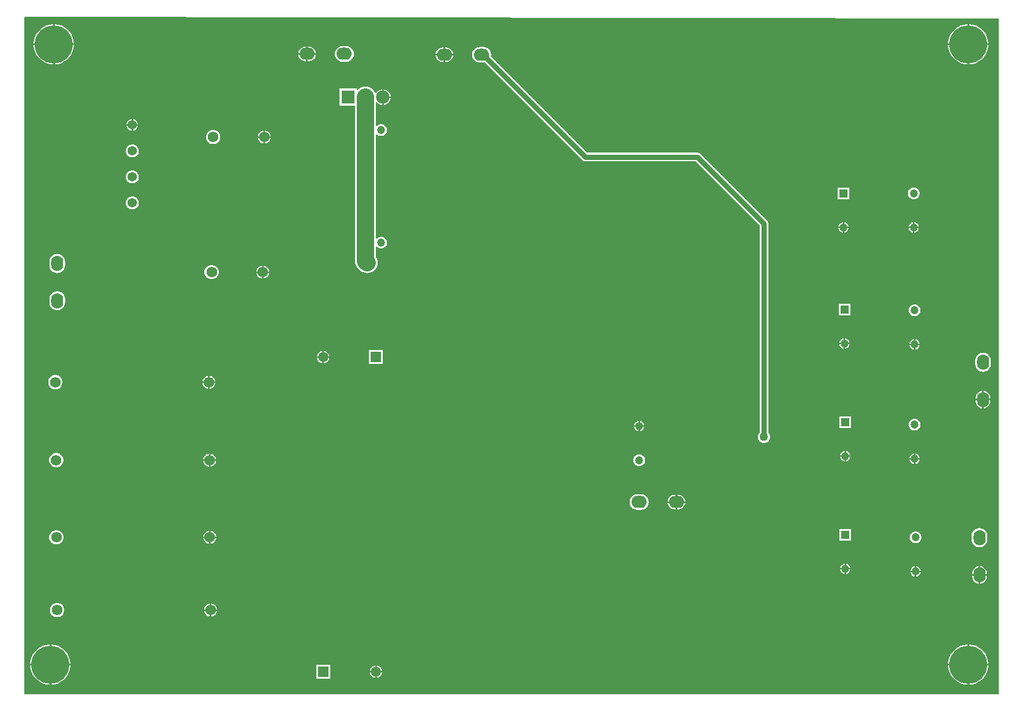
<source format=gbl>
G04*
G04 #@! TF.GenerationSoftware,Altium Limited,Altium Designer,23.3.1 (30)*
G04*
G04 Layer_Physical_Order=2*
G04 Layer_Color=16711680*
%FSLAX44Y44*%
%MOMM*%
G71*
G04*
G04 #@! TF.SameCoordinates,7FF98350-13BF-4DC0-BCDE-F856E8DDA7C8*
G04*
G04*
G04 #@! TF.FilePolarity,Positive*
G04*
G01*
G75*
%ADD42C,1.5748*%
%ADD47C,1.3716*%
%ADD54C,2.5400*%
%ADD55C,0.7620*%
%ADD61C,1.5750*%
%ADD62C,5.5880*%
%ADD63O,1.7780X2.2860*%
%ADD64C,1.2000*%
%ADD65O,2.2860X1.7780*%
%ADD66C,1.9800*%
%ADD67R,1.9800X1.9800*%
%ADD68C,1.5000*%
%ADD69R,1.5000X1.5000*%
%ADD70R,1.2000X1.2000*%
%ADD71C,1.2700*%
G36*
X1441450Y1003300D02*
Y12700D01*
X12700D01*
Y1004941D01*
X13599Y1005838D01*
X1441450Y1003300D01*
D02*
G37*
%LPC*%
G36*
X1399319Y994664D02*
X1398270D01*
Y966470D01*
X1426464D01*
Y967519D01*
X1425739Y972100D01*
X1424305Y976510D01*
X1422200Y980642D01*
X1419474Y984395D01*
X1416194Y987674D01*
X1412442Y990400D01*
X1408310Y992505D01*
X1403900Y993939D01*
X1399319Y994664D01*
D02*
G37*
G36*
X1395730D02*
X1394681D01*
X1390101Y993939D01*
X1385690Y992505D01*
X1381557Y990400D01*
X1377805Y987674D01*
X1374526Y984395D01*
X1371800Y980642D01*
X1369695Y976510D01*
X1368262Y972100D01*
X1367536Y967519D01*
Y966470D01*
X1395730D01*
Y994664D01*
D02*
G37*
G36*
X58199D02*
X57150D01*
Y966470D01*
X85344D01*
Y967519D01*
X84619Y972100D01*
X83185Y976510D01*
X81080Y980642D01*
X78354Y984395D01*
X75075Y987674D01*
X71322Y990400D01*
X67190Y992505D01*
X62779Y993939D01*
X58199Y994664D01*
D02*
G37*
G36*
X54610D02*
X53561D01*
X48980Y993939D01*
X44570Y992505D01*
X40437Y990400D01*
X36686Y987674D01*
X33406Y984395D01*
X30680Y980642D01*
X28575Y976510D01*
X27141Y972100D01*
X26416Y967519D01*
Y966470D01*
X54610D01*
Y994664D01*
D02*
G37*
G36*
X429868Y961515D02*
X428598D01*
Y952281D01*
X440205D01*
X440014Y953730D01*
X438965Y956263D01*
X437296Y958439D01*
X435120Y960108D01*
X432587Y961157D01*
X429868Y961515D01*
D02*
G37*
G36*
X426058D02*
X424788D01*
X422070Y961157D01*
X419536Y960108D01*
X417361Y958439D01*
X415692Y956263D01*
X414642Y953730D01*
X414452Y952281D01*
X426058D01*
Y961515D01*
D02*
G37*
G36*
X631190Y960464D02*
X629920D01*
Y951230D01*
X641527D01*
X641336Y952679D01*
X640287Y955212D01*
X638617Y957387D01*
X636442Y959057D01*
X633909Y960106D01*
X631190Y960464D01*
D02*
G37*
G36*
X627380D02*
X626110D01*
X623391Y960106D01*
X620858Y959057D01*
X618683Y957387D01*
X617013Y955212D01*
X615964Y952679D01*
X615773Y951230D01*
X627380D01*
Y960464D01*
D02*
G37*
G36*
X440205Y949742D02*
X428598D01*
Y940508D01*
X429868D01*
X432587Y940865D01*
X435120Y941915D01*
X437296Y943584D01*
X438965Y945760D01*
X440014Y948293D01*
X440205Y949742D01*
D02*
G37*
G36*
X426058D02*
X414452D01*
X414642Y948293D01*
X415692Y945760D01*
X417361Y943584D01*
X419536Y941915D01*
X422070Y940865D01*
X424788Y940508D01*
X426058D01*
Y949742D01*
D02*
G37*
G36*
X484478Y962540D02*
X479398D01*
X476414Y962147D01*
X473634Y960995D01*
X471246Y959163D01*
X469414Y956776D01*
X468262Y953995D01*
X467870Y951012D01*
X468262Y948028D01*
X469414Y945247D01*
X471246Y942859D01*
X473634Y941027D01*
X476414Y939876D01*
X479398Y939483D01*
X484478D01*
X487462Y939876D01*
X490243Y941027D01*
X492630Y942859D01*
X494462Y945247D01*
X495614Y948028D01*
X496007Y951012D01*
X495614Y953995D01*
X494462Y956776D01*
X492630Y959163D01*
X490243Y960995D01*
X487462Y962147D01*
X484478Y962540D01*
D02*
G37*
G36*
X641527Y948690D02*
X629920D01*
Y939456D01*
X631190D01*
X633909Y939814D01*
X636442Y940863D01*
X638617Y942533D01*
X640287Y944708D01*
X641336Y947241D01*
X641527Y948690D01*
D02*
G37*
G36*
X627380D02*
X615773D01*
X615964Y947241D01*
X617013Y944708D01*
X618683Y942533D01*
X620858Y940863D01*
X623391Y939814D01*
X626110Y939456D01*
X627380D01*
Y948690D01*
D02*
G37*
G36*
X1426464Y963930D02*
X1398270D01*
Y935736D01*
X1399319D01*
X1403900Y936461D01*
X1408310Y937895D01*
X1412442Y940000D01*
X1416194Y942726D01*
X1419474Y946005D01*
X1422200Y949758D01*
X1424305Y953890D01*
X1425739Y958300D01*
X1426464Y962881D01*
Y963930D01*
D02*
G37*
G36*
X1395730D02*
X1367536D01*
Y962881D01*
X1368262Y958300D01*
X1369695Y953890D01*
X1371800Y949758D01*
X1374526Y946005D01*
X1377805Y942726D01*
X1381557Y940000D01*
X1385690Y937895D01*
X1390101Y936461D01*
X1394681Y935736D01*
X1395730D01*
Y963930D01*
D02*
G37*
G36*
X85344D02*
X57150D01*
Y935736D01*
X58199D01*
X62779Y936461D01*
X67190Y937895D01*
X71322Y940000D01*
X75075Y942726D01*
X78354Y946005D01*
X81080Y949758D01*
X83185Y953890D01*
X84619Y958300D01*
X85344Y962881D01*
Y963930D01*
D02*
G37*
G36*
X54610D02*
X26416D01*
Y962881D01*
X27141Y958300D01*
X28575Y953890D01*
X30680Y949758D01*
X33406Y946005D01*
X36686Y942726D01*
X40437Y940000D01*
X44570Y937895D01*
X48980Y936461D01*
X53561Y935736D01*
X54610D01*
Y963930D01*
D02*
G37*
G36*
X512980Y903044D02*
X509992Y902749D01*
X507120Y901878D01*
X504472Y900463D01*
X502151Y898559D01*
X501190Y897387D01*
X499920Y897841D01*
Y900170D01*
X475040D01*
Y875290D01*
X497666D01*
Y647800D01*
X497961Y644812D01*
X498832Y641940D01*
X500247Y639292D01*
X502151Y636972D01*
X504791Y634332D01*
X507112Y632427D01*
X509760Y631012D01*
X512632Y630140D01*
X515620Y629846D01*
X518608Y630140D01*
X521480Y631012D01*
X524128Y632427D01*
X526449Y634332D01*
X528353Y636652D01*
X529768Y639300D01*
X530639Y642172D01*
X530934Y645160D01*
X530639Y648148D01*
X529768Y651020D01*
X528353Y653668D01*
X528294Y653740D01*
Y668243D01*
X529564Y668769D01*
X530696Y667636D01*
X532644Y666512D01*
X534816Y665930D01*
X537064D01*
X539236Y666512D01*
X541184Y667636D01*
X542774Y669226D01*
X543898Y671174D01*
X544480Y673346D01*
Y675594D01*
X543898Y677766D01*
X542774Y679714D01*
X541184Y681304D01*
X539236Y682428D01*
X537064Y683010D01*
X534816D01*
X532644Y682428D01*
X530696Y681304D01*
X529564Y680171D01*
X528294Y680697D01*
Y833243D01*
X529564Y833769D01*
X530696Y832636D01*
X532644Y831512D01*
X534816Y830930D01*
X537064D01*
X539236Y831512D01*
X541184Y832636D01*
X542774Y834226D01*
X543898Y836174D01*
X544480Y838346D01*
Y840594D01*
X543898Y842766D01*
X542774Y844714D01*
X541184Y846304D01*
X539236Y847428D01*
X537064Y848010D01*
X534816D01*
X532644Y847428D01*
X530696Y846304D01*
X529564Y845171D01*
X528294Y845697D01*
Y880172D01*
X529564Y880490D01*
X531465Y878588D01*
X534071Y877085D01*
X536976Y876306D01*
X537210D01*
Y887730D01*
Y899154D01*
X536976D01*
X534071Y898375D01*
X531465Y896871D01*
X529338Y894744D01*
X528530Y893344D01*
X527155Y893502D01*
X527128Y893590D01*
X525713Y896238D01*
X523809Y898559D01*
X521488Y900463D01*
X518840Y901878D01*
X515968Y902749D01*
X512980Y903044D01*
D02*
G37*
G36*
X539984Y899154D02*
X539750D01*
Y889000D01*
X549904D01*
Y889234D01*
X549126Y892140D01*
X547621Y894744D01*
X545494Y896871D01*
X542890Y898375D01*
X539984Y899154D01*
D02*
G37*
G36*
X549904Y886460D02*
X539750D01*
Y876306D01*
X539984D01*
X542890Y877085D01*
X545494Y878588D01*
X547621Y880715D01*
X549126Y883320D01*
X549904Y886226D01*
Y886460D01*
D02*
G37*
G36*
X172271Y855288D02*
Y848221D01*
X179339D01*
X178812Y850186D01*
X177709Y852097D01*
X176148Y853658D01*
X174237Y854761D01*
X172271Y855288D01*
D02*
G37*
G36*
X169731D02*
X167766Y854761D01*
X165855Y853658D01*
X164294Y852097D01*
X163191Y850186D01*
X162664Y848221D01*
X169731D01*
Y855288D01*
D02*
G37*
G36*
X179339Y845681D02*
X172271D01*
Y838613D01*
X174237Y839140D01*
X176148Y840243D01*
X177709Y841804D01*
X178812Y843715D01*
X179339Y845681D01*
D02*
G37*
G36*
X169731D02*
X162664D01*
X163191Y843715D01*
X164294Y841804D01*
X165855Y840243D01*
X167766Y839140D01*
X169731Y838613D01*
Y845681D01*
D02*
G37*
G36*
X365830Y838699D02*
Y830580D01*
X373949D01*
X373317Y832937D01*
X372080Y835080D01*
X370331Y836830D01*
X368187Y838067D01*
X365830Y838699D01*
D02*
G37*
G36*
X363290D02*
X360933Y838067D01*
X358789Y836830D01*
X357040Y835080D01*
X355802Y832937D01*
X355171Y830580D01*
X363290D01*
Y838699D01*
D02*
G37*
G36*
X373949Y828040D02*
X365830D01*
Y819921D01*
X368187Y820553D01*
X370331Y821790D01*
X372080Y823540D01*
X373317Y825683D01*
X373949Y828040D01*
D02*
G37*
G36*
X363290D02*
X355171D01*
X355802Y825683D01*
X357040Y823540D01*
X358789Y821790D01*
X360933Y820553D01*
X363290Y819921D01*
Y828040D01*
D02*
G37*
G36*
X290931Y839724D02*
X288189D01*
X285540Y839014D01*
X283166Y837643D01*
X281227Y835704D01*
X279856Y833330D01*
X279146Y830681D01*
Y827939D01*
X279856Y825290D01*
X281227Y822916D01*
X283166Y820977D01*
X285540Y819606D01*
X288189Y818896D01*
X290931D01*
X293580Y819606D01*
X295954Y820977D01*
X297893Y822916D01*
X299264Y825290D01*
X299974Y827939D01*
Y830681D01*
X299264Y833330D01*
X297893Y835704D01*
X295954Y837643D01*
X293580Y839014D01*
X290931Y839724D01*
D02*
G37*
G36*
X172239Y818249D02*
X169764D01*
X167374Y817608D01*
X165231Y816371D01*
X163481Y814621D01*
X162244Y812478D01*
X161603Y810088D01*
Y807613D01*
X162244Y805223D01*
X163481Y803080D01*
X165231Y801330D01*
X167374Y800093D01*
X169764Y799453D01*
X172239D01*
X174629Y800093D01*
X176772Y801330D01*
X178522Y803080D01*
X179759Y805223D01*
X180399Y807613D01*
Y810088D01*
X179759Y812478D01*
X178522Y814621D01*
X176772Y816371D01*
X174629Y817608D01*
X172239Y818249D01*
D02*
G37*
G36*
Y780149D02*
X169764D01*
X167374Y779508D01*
X165231Y778271D01*
X163481Y776521D01*
X162244Y774378D01*
X161603Y771988D01*
Y769513D01*
X162244Y767123D01*
X163481Y764980D01*
X165231Y763230D01*
X167374Y761993D01*
X169764Y761353D01*
X172239D01*
X174629Y761993D01*
X176772Y763230D01*
X178522Y764980D01*
X179759Y767123D01*
X180399Y769513D01*
Y771988D01*
X179759Y774378D01*
X178522Y776521D01*
X176772Y778271D01*
X174629Y779508D01*
X172239Y780149D01*
D02*
G37*
G36*
X1318114Y755300D02*
X1315866D01*
X1313694Y754718D01*
X1311746Y753594D01*
X1310156Y752004D01*
X1309032Y750056D01*
X1308450Y747884D01*
Y745636D01*
X1309032Y743464D01*
X1310156Y741516D01*
X1311746Y739926D01*
X1313694Y738802D01*
X1315866Y738220D01*
X1318114D01*
X1320286Y738802D01*
X1322234Y739926D01*
X1323824Y741516D01*
X1324948Y743464D01*
X1325530Y745636D01*
Y747884D01*
X1324948Y750056D01*
X1323824Y752004D01*
X1322234Y753594D01*
X1320286Y754718D01*
X1318114Y755300D01*
D02*
G37*
G36*
X1222660D02*
X1205580D01*
Y738220D01*
X1222660D01*
Y755300D01*
D02*
G37*
G36*
X172239Y742049D02*
X169764D01*
X167374Y741408D01*
X165231Y740171D01*
X163481Y738421D01*
X162244Y736278D01*
X161603Y733888D01*
Y731413D01*
X162244Y729023D01*
X163481Y726880D01*
X165231Y725130D01*
X167374Y723893D01*
X169764Y723253D01*
X172239D01*
X174629Y723893D01*
X176772Y725130D01*
X178522Y726880D01*
X179759Y729023D01*
X180399Y731413D01*
Y733888D01*
X179759Y736278D01*
X178522Y738421D01*
X176772Y740171D01*
X174629Y741408D01*
X172239Y742049D01*
D02*
G37*
G36*
X1318260Y704209D02*
Y698030D01*
X1324439D01*
X1324001Y699664D01*
X1323011Y701380D01*
X1321610Y702781D01*
X1319894Y703771D01*
X1318260Y704209D01*
D02*
G37*
G36*
X1215390D02*
Y698030D01*
X1221569D01*
X1221131Y699664D01*
X1220141Y701380D01*
X1218740Y702781D01*
X1217024Y703771D01*
X1215390Y704209D01*
D02*
G37*
G36*
X1212850D02*
X1211216Y703771D01*
X1209500Y702781D01*
X1208099Y701380D01*
X1207109Y699664D01*
X1206671Y698030D01*
X1212850D01*
Y704209D01*
D02*
G37*
G36*
X1315720D02*
X1314086Y703771D01*
X1312370Y702781D01*
X1310969Y701380D01*
X1309979Y699664D01*
X1309541Y698030D01*
X1315720D01*
Y704209D01*
D02*
G37*
G36*
X1324439Y695490D02*
X1318260D01*
Y689311D01*
X1319894Y689749D01*
X1321610Y690739D01*
X1323011Y692140D01*
X1324001Y693856D01*
X1324439Y695490D01*
D02*
G37*
G36*
X1221569D02*
X1215390D01*
Y689311D01*
X1217024Y689749D01*
X1218740Y690739D01*
X1220141Y692140D01*
X1221131Y693856D01*
X1221569Y695490D01*
D02*
G37*
G36*
X1212850D02*
X1206671D01*
X1207109Y693856D01*
X1208099Y692140D01*
X1209500Y690739D01*
X1211216Y689749D01*
X1212850Y689311D01*
Y695490D01*
D02*
G37*
G36*
X1315720D02*
X1309541D01*
X1309979Y693856D01*
X1310969Y692140D01*
X1312370Y690739D01*
X1314086Y689749D01*
X1315720Y689311D01*
Y695490D01*
D02*
G37*
G36*
X363653Y640695D02*
Y632575D01*
X371772D01*
X371140Y634933D01*
X369903Y637076D01*
X368153Y638826D01*
X366010Y640063D01*
X363653Y640695D01*
D02*
G37*
G36*
X361113D02*
X358755Y640063D01*
X356612Y638826D01*
X354862Y637076D01*
X353625Y634933D01*
X352993Y632575D01*
X361113D01*
Y640695D01*
D02*
G37*
G36*
X60960Y657959D02*
X57976Y657566D01*
X55196Y656414D01*
X52808Y654582D01*
X50976Y652194D01*
X49824Y649414D01*
X49431Y646430D01*
Y641350D01*
X49824Y638366D01*
X50976Y635586D01*
X52808Y633198D01*
X55196Y631366D01*
X57976Y630214D01*
X60960Y629821D01*
X63944Y630214D01*
X66724Y631366D01*
X69112Y633198D01*
X70944Y635586D01*
X72096Y638366D01*
X72489Y641350D01*
Y646430D01*
X72096Y649414D01*
X70944Y652194D01*
X69112Y654582D01*
X66724Y656414D01*
X63944Y657566D01*
X60960Y657959D01*
D02*
G37*
G36*
X371772Y630035D02*
X363653D01*
Y621916D01*
X366010Y622548D01*
X368153Y623785D01*
X369903Y625535D01*
X371140Y627678D01*
X371772Y630035D01*
D02*
G37*
G36*
X361113D02*
X352993D01*
X353625Y627678D01*
X354862Y625535D01*
X356612Y623785D01*
X358755Y622548D01*
X361113Y621916D01*
Y630035D01*
D02*
G37*
G36*
X288754Y641719D02*
X286012D01*
X283363Y641010D01*
X280988Y639639D01*
X279049Y637700D01*
X277678Y635325D01*
X276969Y632677D01*
Y629934D01*
X277678Y627286D01*
X279049Y624911D01*
X280988Y622972D01*
X283363Y621601D01*
X286012Y620891D01*
X288754D01*
X291402Y621601D01*
X293777Y622972D01*
X295716Y624911D01*
X297087Y627286D01*
X297797Y629934D01*
Y632677D01*
X297087Y635325D01*
X295716Y637700D01*
X293777Y639639D01*
X291402Y641010D01*
X288754Y641719D01*
D02*
G37*
G36*
X60960Y603349D02*
X57976Y602956D01*
X55196Y601804D01*
X52808Y599972D01*
X50976Y597584D01*
X49824Y594804D01*
X49431Y591820D01*
Y586740D01*
X49824Y583756D01*
X50976Y580976D01*
X52808Y578588D01*
X55196Y576756D01*
X57976Y575604D01*
X60960Y575211D01*
X63944Y575604D01*
X66724Y576756D01*
X69112Y578588D01*
X70944Y580976D01*
X72096Y583756D01*
X72489Y586740D01*
Y591820D01*
X72096Y594804D01*
X70944Y597584D01*
X69112Y599972D01*
X66724Y601804D01*
X63944Y602956D01*
X60960Y603349D01*
D02*
G37*
G36*
X1223930Y585120D02*
X1206850D01*
Y568040D01*
X1223930D01*
Y585120D01*
D02*
G37*
G36*
X1319384Y583850D02*
X1317136D01*
X1314964Y583268D01*
X1313016Y582144D01*
X1311426Y580554D01*
X1310302Y578606D01*
X1309720Y576434D01*
Y574186D01*
X1310302Y572014D01*
X1311426Y570066D01*
X1313016Y568476D01*
X1314964Y567352D01*
X1317136Y566770D01*
X1319384D01*
X1321556Y567352D01*
X1323504Y568476D01*
X1325094Y570066D01*
X1326218Y572014D01*
X1326800Y574186D01*
Y576434D01*
X1326218Y578606D01*
X1325094Y580554D01*
X1323504Y582144D01*
X1321556Y583268D01*
X1319384Y583850D01*
D02*
G37*
G36*
X1216660Y534029D02*
Y527850D01*
X1222839D01*
X1222401Y529484D01*
X1221411Y531200D01*
X1220010Y532601D01*
X1218294Y533591D01*
X1216660Y534029D01*
D02*
G37*
G36*
X1214120D02*
X1212486Y533591D01*
X1210770Y532601D01*
X1209369Y531200D01*
X1208379Y529484D01*
X1207941Y527850D01*
X1214120D01*
Y534029D01*
D02*
G37*
G36*
X1319530Y532759D02*
Y526580D01*
X1325709D01*
X1325271Y528214D01*
X1324281Y529930D01*
X1322880Y531331D01*
X1321164Y532321D01*
X1319530Y532759D01*
D02*
G37*
G36*
X1316990D02*
X1315356Y532321D01*
X1313640Y531331D01*
X1312239Y529930D01*
X1311249Y528214D01*
X1310811Y526580D01*
X1316990D01*
Y532759D01*
D02*
G37*
G36*
X1222839Y525310D02*
X1216660D01*
Y519131D01*
X1218294Y519569D01*
X1220010Y520559D01*
X1221411Y521960D01*
X1222401Y523676D01*
X1222839Y525310D01*
D02*
G37*
G36*
X1214120D02*
X1207941D01*
X1208379Y523676D01*
X1209369Y521960D01*
X1210770Y520559D01*
X1212486Y519569D01*
X1214120Y519131D01*
Y525310D01*
D02*
G37*
G36*
X1325709Y524040D02*
X1319530D01*
Y517861D01*
X1321164Y518299D01*
X1322880Y519289D01*
X1324281Y520690D01*
X1325271Y522406D01*
X1325709Y524040D01*
D02*
G37*
G36*
X1316990D02*
X1310811D01*
X1311249Y522406D01*
X1312239Y520690D01*
X1313640Y519289D01*
X1315356Y518299D01*
X1316990Y517861D01*
Y524040D01*
D02*
G37*
G36*
X452120Y515722D02*
Y507990D01*
X459852D01*
X459259Y510203D01*
X458071Y512261D01*
X456391Y513941D01*
X454333Y515129D01*
X452120Y515722D01*
D02*
G37*
G36*
X449580D02*
X447367Y515129D01*
X445309Y513941D01*
X443629Y512261D01*
X442441Y510203D01*
X441848Y507990D01*
X449580D01*
Y515722D01*
D02*
G37*
G36*
X459852Y505450D02*
X452120D01*
Y497718D01*
X454333Y498311D01*
X456391Y499499D01*
X458071Y501179D01*
X459259Y503237D01*
X459852Y505450D01*
D02*
G37*
G36*
X449580D02*
X441848D01*
X442441Y503237D01*
X443629Y501179D01*
X445309Y499499D01*
X447367Y498311D01*
X449580Y497718D01*
Y505450D01*
D02*
G37*
G36*
X538360Y516770D02*
X518280D01*
Y496690D01*
X538360D01*
Y516770D01*
D02*
G37*
G36*
X1418590Y513179D02*
X1415606Y512786D01*
X1412826Y511634D01*
X1410438Y509802D01*
X1408606Y507414D01*
X1407454Y504634D01*
X1407061Y501650D01*
Y496570D01*
X1407454Y493586D01*
X1408606Y490806D01*
X1410438Y488418D01*
X1412826Y486586D01*
X1415606Y485434D01*
X1418590Y485041D01*
X1421574Y485434D01*
X1424354Y486586D01*
X1426742Y488418D01*
X1428574Y490806D01*
X1429726Y493586D01*
X1430119Y496570D01*
Y501650D01*
X1429726Y504634D01*
X1428574Y507414D01*
X1426742Y509802D01*
X1424354Y511634D01*
X1421574Y512786D01*
X1418590Y513179D01*
D02*
G37*
G36*
X284480Y479290D02*
Y471170D01*
X292600D01*
X291968Y473528D01*
X290731Y475671D01*
X288981Y477421D01*
X286838Y478658D01*
X284480Y479290D01*
D02*
G37*
G36*
X281940D02*
X279582Y478658D01*
X277439Y477421D01*
X275689Y475671D01*
X274452Y473528D01*
X273820Y471170D01*
X281940D01*
Y479290D01*
D02*
G37*
G36*
X292600Y468630D02*
X284480D01*
Y460510D01*
X286838Y461142D01*
X288981Y462379D01*
X290731Y464129D01*
X291968Y466272D01*
X292600Y468630D01*
D02*
G37*
G36*
X281940D02*
X273820D01*
X274452Y466272D01*
X275689Y464129D01*
X277439Y462379D01*
X279582Y461142D01*
X281940Y460510D01*
Y468630D01*
D02*
G37*
G36*
X59581Y480315D02*
X56839D01*
X54190Y479605D01*
X51815Y478234D01*
X49876Y476295D01*
X48505Y473920D01*
X47795Y471271D01*
Y468529D01*
X48505Y465880D01*
X49876Y463505D01*
X51815Y461566D01*
X54190Y460195D01*
X56839Y459485D01*
X59581D01*
X62230Y460195D01*
X64605Y461566D01*
X66544Y463505D01*
X67915Y465880D01*
X68625Y468529D01*
Y471271D01*
X67915Y473920D01*
X66544Y476295D01*
X64605Y478234D01*
X62230Y479605D01*
X59581Y480315D01*
D02*
G37*
G36*
X1419860Y457377D02*
Y445770D01*
X1429094D01*
Y447040D01*
X1428736Y449759D01*
X1427687Y452292D01*
X1426017Y454467D01*
X1423842Y456137D01*
X1421309Y457186D01*
X1419860Y457377D01*
D02*
G37*
G36*
X1417320D02*
X1415871Y457186D01*
X1413338Y456137D01*
X1411163Y454467D01*
X1409493Y452292D01*
X1408444Y449759D01*
X1408086Y447040D01*
Y445770D01*
X1417320D01*
Y457377D01*
D02*
G37*
G36*
X1429094Y443230D02*
X1419860D01*
Y431623D01*
X1421309Y431814D01*
X1423842Y432863D01*
X1426017Y434533D01*
X1427687Y436708D01*
X1428736Y439241D01*
X1429094Y441960D01*
Y443230D01*
D02*
G37*
G36*
X1417320D02*
X1408086D01*
Y441960D01*
X1408444Y439241D01*
X1409493Y436708D01*
X1411163Y434533D01*
X1413338Y432863D01*
X1415871Y431814D01*
X1417320Y431623D01*
Y443230D01*
D02*
G37*
G36*
X915670Y413049D02*
Y406870D01*
X921849D01*
X921411Y408504D01*
X920421Y410220D01*
X919020Y411621D01*
X917304Y412611D01*
X915670Y413049D01*
D02*
G37*
G36*
X913130D02*
X911496Y412611D01*
X909780Y411621D01*
X908379Y410220D01*
X907389Y408504D01*
X906951Y406870D01*
X913130D01*
Y413049D01*
D02*
G37*
G36*
X1225200Y420020D02*
X1208120D01*
Y402940D01*
X1225200D01*
Y420020D01*
D02*
G37*
G36*
X1319384Y416210D02*
X1317136D01*
X1314964Y415628D01*
X1313016Y414504D01*
X1311426Y412914D01*
X1310302Y410966D01*
X1309720Y408794D01*
Y406546D01*
X1310302Y404374D01*
X1311426Y402426D01*
X1313016Y400836D01*
X1314964Y399712D01*
X1317136Y399130D01*
X1319384D01*
X1321556Y399712D01*
X1323504Y400836D01*
X1325094Y402426D01*
X1326218Y404374D01*
X1326800Y406546D01*
Y408794D01*
X1326218Y410966D01*
X1325094Y412914D01*
X1323504Y414504D01*
X1321556Y415628D01*
X1319384Y416210D01*
D02*
G37*
G36*
X921849Y404330D02*
X915670D01*
Y398151D01*
X917304Y398589D01*
X919020Y399579D01*
X920421Y400980D01*
X921411Y402696D01*
X921849Y404330D01*
D02*
G37*
G36*
X913130D02*
X906951D01*
X907389Y402696D01*
X908379Y400980D01*
X909780Y399579D01*
X911496Y398589D01*
X913130Y398151D01*
Y404330D01*
D02*
G37*
G36*
X685800Y961489D02*
X680720D01*
X677736Y961096D01*
X674956Y959944D01*
X672568Y958112D01*
X670736Y955724D01*
X669584Y952944D01*
X669191Y949960D01*
X669584Y946976D01*
X670736Y944196D01*
X672568Y941808D01*
X674956Y939976D01*
X677736Y938824D01*
X680720Y938431D01*
X685800D01*
X687896Y938707D01*
X831082Y795522D01*
X833182Y794118D01*
X835660Y793626D01*
X996808D01*
X1090806Y699628D01*
Y395988D01*
X1090166Y395349D01*
X1088996Y393321D01*
X1088390Y391060D01*
Y388720D01*
X1088996Y386459D01*
X1090166Y384431D01*
X1091821Y382776D01*
X1093849Y381606D01*
X1096110Y381000D01*
X1098450D01*
X1100711Y381606D01*
X1102739Y382776D01*
X1104394Y384431D01*
X1105564Y386459D01*
X1106170Y388720D01*
Y391060D01*
X1105564Y393321D01*
X1104394Y395349D01*
X1103754Y395988D01*
Y702310D01*
X1103262Y704788D01*
X1101858Y706888D01*
X1004068Y804678D01*
X1001968Y806082D01*
X999490Y806574D01*
X838342D01*
X697053Y947864D01*
X697329Y949960D01*
X696936Y952944D01*
X695784Y955724D01*
X693952Y958112D01*
X691564Y959944D01*
X688784Y961096D01*
X685800Y961489D01*
D02*
G37*
G36*
X1217930Y368929D02*
Y362750D01*
X1224109D01*
X1223671Y364384D01*
X1222681Y366100D01*
X1221280Y367501D01*
X1219564Y368491D01*
X1217930Y368929D01*
D02*
G37*
G36*
X1215390D02*
X1213756Y368491D01*
X1212040Y367501D01*
X1210639Y366100D01*
X1209649Y364384D01*
X1209211Y362750D01*
X1215390D01*
Y368929D01*
D02*
G37*
G36*
X1319530Y365119D02*
Y358940D01*
X1325709D01*
X1325271Y360574D01*
X1324281Y362290D01*
X1322880Y363691D01*
X1321164Y364681D01*
X1319530Y365119D01*
D02*
G37*
G36*
X1316990D02*
X1315356Y364681D01*
X1313640Y363691D01*
X1312239Y362290D01*
X1311249Y360574D01*
X1310811Y358940D01*
X1316990D01*
Y365119D01*
D02*
G37*
G36*
X285750Y364990D02*
Y356870D01*
X293870D01*
X293239Y359228D01*
X292001Y361371D01*
X290251Y363121D01*
X288108Y364358D01*
X285750Y364990D01*
D02*
G37*
G36*
X283210D02*
X280852Y364358D01*
X278709Y363121D01*
X276959Y361371D01*
X275721Y359228D01*
X275090Y356870D01*
X283210D01*
Y364990D01*
D02*
G37*
G36*
X1224109Y360210D02*
X1217930D01*
Y354031D01*
X1219564Y354469D01*
X1221280Y355459D01*
X1222681Y356860D01*
X1223671Y358576D01*
X1224109Y360210D01*
D02*
G37*
G36*
X1215390D02*
X1209211D01*
X1209649Y358576D01*
X1210639Y356860D01*
X1212040Y355459D01*
X1213756Y354469D01*
X1215390Y354031D01*
Y360210D01*
D02*
G37*
G36*
X1325709Y356400D02*
X1319530D01*
Y350221D01*
X1321164Y350659D01*
X1322880Y351649D01*
X1324281Y353050D01*
X1325271Y354766D01*
X1325709Y356400D01*
D02*
G37*
G36*
X1316990D02*
X1310811D01*
X1311249Y354766D01*
X1312239Y353050D01*
X1313640Y351649D01*
X1315356Y350659D01*
X1316990Y350221D01*
Y356400D01*
D02*
G37*
G36*
X915524Y364140D02*
X913276D01*
X911104Y363558D01*
X909156Y362434D01*
X907566Y360844D01*
X906442Y358896D01*
X905860Y356724D01*
Y354476D01*
X906442Y352304D01*
X907566Y350356D01*
X909156Y348766D01*
X911104Y347642D01*
X913276Y347060D01*
X915524D01*
X917696Y347642D01*
X919644Y348766D01*
X921234Y350356D01*
X922358Y352304D01*
X922940Y354476D01*
Y356724D01*
X922358Y358896D01*
X921234Y360844D01*
X919644Y362434D01*
X917696Y363558D01*
X915524Y364140D01*
D02*
G37*
G36*
X293870Y354330D02*
X285750D01*
Y346210D01*
X288108Y346842D01*
X290251Y348079D01*
X292001Y349829D01*
X293239Y351972D01*
X293870Y354330D01*
D02*
G37*
G36*
X283210D02*
X275090D01*
X275721Y351972D01*
X276959Y349829D01*
X278709Y348079D01*
X280852Y346842D01*
X283210Y346210D01*
Y354330D01*
D02*
G37*
G36*
X60851Y366015D02*
X58109D01*
X55460Y365305D01*
X53085Y363934D01*
X51146Y361995D01*
X49775Y359620D01*
X49065Y356971D01*
Y354229D01*
X49775Y351580D01*
X51146Y349205D01*
X53085Y347266D01*
X55460Y345895D01*
X58109Y345185D01*
X60851D01*
X63500Y345895D01*
X65875Y347266D01*
X67814Y349205D01*
X69185Y351580D01*
X69895Y354229D01*
Y356971D01*
X69185Y359620D01*
X67814Y361995D01*
X65875Y363934D01*
X63500Y365305D01*
X60851Y366015D01*
D02*
G37*
G36*
X971550Y304741D02*
X970280D01*
Y295507D01*
X981887D01*
X981696Y296955D01*
X980647Y299489D01*
X978977Y301664D01*
X976802Y303333D01*
X974269Y304383D01*
X971550Y304741D01*
D02*
G37*
G36*
X967740D02*
X966470D01*
X963751Y304383D01*
X961218Y303333D01*
X959043Y301664D01*
X957373Y299489D01*
X956324Y296955D01*
X956133Y295507D01*
X967740D01*
Y304741D01*
D02*
G37*
G36*
X981887Y292967D02*
X970280D01*
Y283733D01*
X971550D01*
X974269Y284091D01*
X976802Y285140D01*
X978977Y286810D01*
X980647Y288985D01*
X981696Y291518D01*
X981887Y292967D01*
D02*
G37*
G36*
X967740D02*
X956133D01*
X956324Y291518D01*
X957373Y288985D01*
X959043Y286810D01*
X961218Y285140D01*
X963751Y284091D01*
X966470Y283733D01*
X967740D01*
Y292967D01*
D02*
G37*
G36*
X916940Y305765D02*
X911860D01*
X908876Y305373D01*
X906096Y304221D01*
X903708Y302389D01*
X901876Y300001D01*
X900724Y297221D01*
X900331Y294237D01*
X900724Y291253D01*
X901876Y288472D01*
X903708Y286085D01*
X906096Y284253D01*
X908876Y283101D01*
X911860Y282708D01*
X916940D01*
X919924Y283101D01*
X922704Y284253D01*
X925092Y286085D01*
X926924Y288472D01*
X928076Y291253D01*
X928469Y294237D01*
X928076Y297221D01*
X926924Y300001D01*
X925092Y302389D01*
X922704Y304221D01*
X919924Y305373D01*
X916940Y305765D01*
D02*
G37*
G36*
X285960Y251960D02*
Y243840D01*
X294080D01*
X293449Y246198D01*
X292211Y248341D01*
X290461Y250091D01*
X288318Y251329D01*
X285960Y251960D01*
D02*
G37*
G36*
X283420D02*
X281062Y251329D01*
X278919Y250091D01*
X277169Y248341D01*
X275932Y246198D01*
X275300Y243840D01*
X283420D01*
Y251960D01*
D02*
G37*
G36*
X1225200Y254920D02*
X1208120D01*
Y237840D01*
X1225200D01*
Y254920D01*
D02*
G37*
G36*
X1320794Y251087D02*
X1318545D01*
X1316373Y250505D01*
X1314426Y249380D01*
X1312836Y247790D01*
X1311711Y245843D01*
X1311129Y243671D01*
Y241422D01*
X1311711Y239250D01*
X1312836Y237303D01*
X1314426Y235713D01*
X1316373Y234589D01*
X1318545Y234007D01*
X1320794D01*
X1322966Y234589D01*
X1324913Y235713D01*
X1326503Y237303D01*
X1327627Y239250D01*
X1328209Y241422D01*
Y243671D01*
X1327627Y245843D01*
X1326503Y247790D01*
X1324913Y249380D01*
X1322966Y250505D01*
X1320794Y251087D01*
D02*
G37*
G36*
X294080Y241300D02*
X285960D01*
Y233180D01*
X288318Y233811D01*
X290461Y235049D01*
X292211Y236799D01*
X293449Y238942D01*
X294080Y241300D01*
D02*
G37*
G36*
X283420D02*
X275300D01*
X275932Y238942D01*
X277169Y236799D01*
X278919Y235049D01*
X281062Y233811D01*
X283420Y233180D01*
Y241300D01*
D02*
G37*
G36*
X61061Y252985D02*
X58319D01*
X55670Y252275D01*
X53295Y250904D01*
X51356Y248965D01*
X49985Y246590D01*
X49275Y243941D01*
Y241199D01*
X49985Y238550D01*
X51356Y236175D01*
X53295Y234236D01*
X55670Y232865D01*
X58319Y232155D01*
X61061D01*
X63710Y232865D01*
X66085Y234236D01*
X68024Y236175D01*
X69395Y238550D01*
X70105Y241199D01*
Y243941D01*
X69395Y246590D01*
X68024Y248965D01*
X66085Y250904D01*
X63710Y252275D01*
X61061Y252985D01*
D02*
G37*
G36*
X1413447Y256050D02*
X1410463Y255658D01*
X1407682Y254506D01*
X1405295Y252674D01*
X1403463Y250286D01*
X1402311Y247505D01*
X1401918Y244522D01*
Y239442D01*
X1402311Y236458D01*
X1403463Y233677D01*
X1405295Y231290D01*
X1407682Y229458D01*
X1410463Y228306D01*
X1413447Y227913D01*
X1416431Y228306D01*
X1419211Y229458D01*
X1421599Y231290D01*
X1423431Y233677D01*
X1424583Y236458D01*
X1424975Y239442D01*
Y244522D01*
X1424583Y247505D01*
X1423431Y250286D01*
X1421599Y252674D01*
X1419211Y254506D01*
X1416431Y255658D01*
X1413447Y256050D01*
D02*
G37*
G36*
X1217930Y203829D02*
Y197650D01*
X1224109D01*
X1223671Y199284D01*
X1222681Y201000D01*
X1221280Y202401D01*
X1219564Y203391D01*
X1217930Y203829D01*
D02*
G37*
G36*
X1215390D02*
X1213756Y203391D01*
X1212040Y202401D01*
X1210639Y201000D01*
X1209649Y199284D01*
X1209211Y197650D01*
X1215390D01*
Y203829D01*
D02*
G37*
G36*
X1320939Y199996D02*
Y193817D01*
X1327119D01*
X1326681Y195451D01*
X1325690Y197167D01*
X1324289Y198567D01*
X1322574Y199558D01*
X1320939Y199996D01*
D02*
G37*
G36*
X1318399D02*
X1316765Y199558D01*
X1315050Y198567D01*
X1313649Y197167D01*
X1312658Y195451D01*
X1312220Y193817D01*
X1318399D01*
Y199996D01*
D02*
G37*
G36*
X1224109Y195110D02*
X1217930D01*
Y188931D01*
X1219564Y189369D01*
X1221280Y190359D01*
X1222681Y191760D01*
X1223671Y193476D01*
X1224109Y195110D01*
D02*
G37*
G36*
X1215390D02*
X1209211D01*
X1209649Y193476D01*
X1210639Y191760D01*
X1212040Y190359D01*
X1213756Y189369D01*
X1215390Y188931D01*
Y195110D01*
D02*
G37*
G36*
X1414717Y200248D02*
Y188642D01*
X1423951D01*
Y189912D01*
X1423593Y192630D01*
X1422543Y195164D01*
X1420874Y197339D01*
X1418699Y199008D01*
X1416165Y200058D01*
X1414717Y200248D01*
D02*
G37*
G36*
X1412177D02*
X1410728Y200058D01*
X1408195Y199008D01*
X1406019Y197339D01*
X1404350Y195164D01*
X1403301Y192630D01*
X1402943Y189912D01*
Y188642D01*
X1412177D01*
Y200248D01*
D02*
G37*
G36*
X1327119Y191277D02*
X1320939D01*
Y185098D01*
X1322574Y185535D01*
X1324289Y186526D01*
X1325690Y187927D01*
X1326681Y189643D01*
X1327119Y191277D01*
D02*
G37*
G36*
X1318399D02*
X1312220D01*
X1312658Y189643D01*
X1313649Y187927D01*
X1315050Y186526D01*
X1316765Y185535D01*
X1318399Y185098D01*
Y191277D01*
D02*
G37*
G36*
X1423951Y186102D02*
X1414717D01*
Y174495D01*
X1416165Y174686D01*
X1418699Y175735D01*
X1420874Y177404D01*
X1422543Y179580D01*
X1423593Y182113D01*
X1423951Y184832D01*
Y186102D01*
D02*
G37*
G36*
X1412177D02*
X1402943D01*
Y184832D01*
X1403301Y182113D01*
X1404350Y179580D01*
X1406019Y177404D01*
X1408195Y175735D01*
X1410728Y174686D01*
X1412177Y174495D01*
Y186102D01*
D02*
G37*
G36*
X287020Y145280D02*
Y137160D01*
X295140D01*
X294508Y139518D01*
X293271Y141661D01*
X291521Y143411D01*
X289378Y144649D01*
X287020Y145280D01*
D02*
G37*
G36*
X284480D02*
X282122Y144649D01*
X279979Y143411D01*
X278229Y141661D01*
X276992Y139518D01*
X276360Y137160D01*
X284480D01*
Y145280D01*
D02*
G37*
G36*
X295140Y134620D02*
X287020D01*
Y126500D01*
X289378Y127132D01*
X291521Y128369D01*
X293271Y130119D01*
X294508Y132262D01*
X295140Y134620D01*
D02*
G37*
G36*
X284480D02*
X276360D01*
X276992Y132262D01*
X278229Y130119D01*
X279979Y128369D01*
X282122Y127132D01*
X284480Y126500D01*
Y134620D01*
D02*
G37*
G36*
X62121Y146305D02*
X59379D01*
X56730Y145595D01*
X54355Y144224D01*
X52416Y142285D01*
X51045Y139910D01*
X50335Y137261D01*
Y134519D01*
X51045Y131870D01*
X52416Y129495D01*
X54355Y127556D01*
X56730Y126185D01*
X59379Y125475D01*
X62121D01*
X64770Y126185D01*
X67145Y127556D01*
X69084Y129495D01*
X70455Y131870D01*
X71165Y134519D01*
Y137261D01*
X70455Y139910D01*
X69084Y142285D01*
X67145Y144224D01*
X64770Y145595D01*
X62121Y146305D01*
D02*
G37*
G36*
X1399319Y85344D02*
X1398270D01*
Y57150D01*
X1426464D01*
Y58199D01*
X1425739Y62779D01*
X1424305Y67190D01*
X1422200Y71322D01*
X1419474Y75075D01*
X1416194Y78354D01*
X1412442Y81080D01*
X1408310Y83185D01*
X1403900Y84619D01*
X1399319Y85344D01*
D02*
G37*
G36*
X1395730D02*
X1394681D01*
X1390101Y84619D01*
X1385690Y83185D01*
X1381557Y81080D01*
X1377805Y78354D01*
X1374526Y75075D01*
X1371800Y71322D01*
X1369695Y67190D01*
X1368262Y62779D01*
X1367536Y58199D01*
Y57150D01*
X1395730D01*
Y85344D01*
D02*
G37*
G36*
X53119D02*
X52070D01*
Y57150D01*
X80264D01*
Y58199D01*
X79538Y62779D01*
X78105Y67190D01*
X76000Y71322D01*
X73274Y75075D01*
X69995Y78354D01*
X66242Y81080D01*
X62110Y83185D01*
X57699Y84619D01*
X53119Y85344D01*
D02*
G37*
G36*
X49530D02*
X48481D01*
X43900Y84619D01*
X39490Y83185D01*
X35357Y81080D01*
X31606Y78354D01*
X28326Y75075D01*
X25600Y71322D01*
X23495Y67190D01*
X22062Y62779D01*
X21336Y58199D01*
Y57150D01*
X49530D01*
Y85344D01*
D02*
G37*
G36*
X529590Y54732D02*
Y47000D01*
X537322D01*
X536729Y49213D01*
X535541Y51271D01*
X533861Y52951D01*
X531803Y54139D01*
X529590Y54732D01*
D02*
G37*
G36*
X527050D02*
X524837Y54139D01*
X522779Y52951D01*
X521099Y51271D01*
X519911Y49213D01*
X519318Y47000D01*
X527050D01*
Y54732D01*
D02*
G37*
G36*
X537322Y44460D02*
X529590D01*
Y36728D01*
X531803Y37321D01*
X533861Y38509D01*
X535541Y40189D01*
X536729Y42247D01*
X537322Y44460D01*
D02*
G37*
G36*
X527050D02*
X519318D01*
X519911Y42247D01*
X521099Y40189D01*
X522779Y38509D01*
X524837Y37321D01*
X527050Y36728D01*
Y44460D01*
D02*
G37*
G36*
X460890Y55760D02*
X440810D01*
Y35680D01*
X460890D01*
Y55760D01*
D02*
G37*
G36*
X1426464Y54610D02*
X1398270D01*
Y26416D01*
X1399319D01*
X1403900Y27141D01*
X1408310Y28575D01*
X1412442Y30680D01*
X1416194Y33406D01*
X1419474Y36686D01*
X1422200Y40437D01*
X1424305Y44570D01*
X1425739Y48980D01*
X1426464Y53561D01*
Y54610D01*
D02*
G37*
G36*
X1395730D02*
X1367536D01*
Y53561D01*
X1368262Y48980D01*
X1369695Y44570D01*
X1371800Y40437D01*
X1374526Y36686D01*
X1377805Y33406D01*
X1381557Y30680D01*
X1385690Y28575D01*
X1390101Y27141D01*
X1394681Y26416D01*
X1395730D01*
Y54610D01*
D02*
G37*
G36*
X80264D02*
X52070D01*
Y26416D01*
X53119D01*
X57699Y27141D01*
X62110Y28575D01*
X66242Y30680D01*
X69995Y33406D01*
X73274Y36686D01*
X76000Y40437D01*
X78105Y44570D01*
X79538Y48980D01*
X80264Y53561D01*
Y54610D01*
D02*
G37*
G36*
X49530D02*
X21336D01*
Y53561D01*
X22062Y48980D01*
X23495Y44570D01*
X25600Y40437D01*
X28326Y36686D01*
X31606Y33406D01*
X35357Y30680D01*
X39490Y28575D01*
X43900Y27141D01*
X48481Y26416D01*
X49530D01*
Y54610D01*
D02*
G37*
%LPD*%
D42*
X287383Y631305D02*
D03*
X362383D02*
D03*
X289560Y829310D02*
D03*
X364560D02*
D03*
D47*
X171001Y846951D02*
D03*
Y808851D02*
D03*
Y770751D02*
D03*
Y732651D02*
D03*
D54*
X512980Y647800D02*
Y887730D01*
Y647800D02*
X515620Y645160D01*
D55*
X999490Y800100D02*
X1097280Y702310D01*
Y389890D02*
Y702310D01*
X835660Y800100D02*
X999490D01*
X685800Y949960D02*
X835660Y800100D01*
X683260Y949960D02*
X685800D01*
D61*
X283210Y469900D02*
D03*
X58210D02*
D03*
X59480Y355600D02*
D03*
X284480D02*
D03*
X59690Y242570D02*
D03*
X284690D02*
D03*
X60750Y135890D02*
D03*
X285750D02*
D03*
D62*
X1397000Y55880D02*
D03*
Y965200D02*
D03*
X55880D02*
D03*
X50800Y55880D02*
D03*
D63*
X1413447Y187372D02*
D03*
Y241982D02*
D03*
X1418590Y499110D02*
D03*
Y444500D02*
D03*
X60960Y589280D02*
D03*
Y643890D02*
D03*
D64*
X914400Y405600D02*
D03*
Y355600D02*
D03*
X1319669Y192547D02*
D03*
Y242547D02*
D03*
X1318260Y357670D02*
D03*
Y407670D02*
D03*
Y525310D02*
D03*
Y575310D02*
D03*
X1316990Y696760D02*
D03*
Y746760D02*
D03*
X535940Y674470D02*
D03*
Y839470D02*
D03*
X1216660Y196380D02*
D03*
Y361480D02*
D03*
X1215390Y526580D02*
D03*
X1214120Y696760D02*
D03*
D65*
X969010Y294237D02*
D03*
X914400D02*
D03*
X481938Y951012D02*
D03*
X427328D02*
D03*
X683260Y949960D02*
D03*
X628650D02*
D03*
D66*
X538480Y887730D02*
D03*
X512980D02*
D03*
D67*
X487480D02*
D03*
D68*
X528320Y45730D02*
D03*
X450850Y506720D02*
D03*
D69*
X528320Y506730D02*
D03*
X450850Y45720D02*
D03*
D70*
X1216660Y246380D02*
D03*
Y411480D02*
D03*
X1215390Y576580D02*
D03*
X1214120Y746760D02*
D03*
D71*
X1097280Y389890D02*
D03*
X515620Y645160D02*
D03*
M02*

</source>
